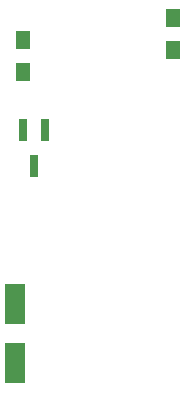
<source format=gbp>
G04 #@! TF.GenerationSoftware,KiCad,Pcbnew,(5.1.4)-1*
G04 #@! TF.CreationDate,2019-10-10T22:11:15+02:00*
G04 #@! TF.ProjectId,WirelessTouchLight,57697265-6c65-4737-9354-6f7563684c69,rev?*
G04 #@! TF.SameCoordinates,Original*
G04 #@! TF.FileFunction,Paste,Bot*
G04 #@! TF.FilePolarity,Positive*
%FSLAX46Y46*%
G04 Gerber Fmt 4.6, Leading zero omitted, Abs format (unit mm)*
G04 Created by KiCad (PCBNEW (5.1.4)-1) date 2019-10-10 22:11:15*
%MOMM*%
%LPD*%
G04 APERTURE LIST*
%ADD10R,1.800000X3.500000*%
%ADD11R,0.800000X1.900000*%
%ADD12R,1.300000X1.500000*%
G04 APERTURE END LIST*
D10*
X46355000Y-61595000D03*
X46355000Y-56595000D03*
D11*
X47945000Y-44910000D03*
X48895000Y-41910000D03*
X46995000Y-41910000D03*
D12*
X46990000Y-34290000D03*
X46990000Y-36990000D03*
X59690000Y-32385000D03*
X59690000Y-35085000D03*
M02*

</source>
